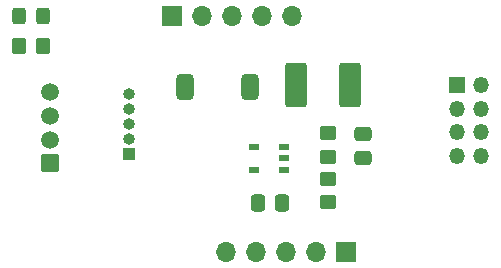
<source format=gbr>
%TF.GenerationSoftware,KiCad,Pcbnew,8.0.3*%
%TF.CreationDate,2024-06-13T10:05:27+02:00*%
%TF.ProjectId,radar_module,72616461-725f-46d6-9f64-756c652e6b69,rev?*%
%TF.SameCoordinates,Original*%
%TF.FileFunction,Soldermask,Bot*%
%TF.FilePolarity,Negative*%
%FSLAX46Y46*%
G04 Gerber Fmt 4.6, Leading zero omitted, Abs format (unit mm)*
G04 Created by KiCad (PCBNEW 8.0.3) date 2024-06-13 10:05:27*
%MOMM*%
%LPD*%
G01*
G04 APERTURE LIST*
G04 Aperture macros list*
%AMRoundRect*
0 Rectangle with rounded corners*
0 $1 Rounding radius*
0 $2 $3 $4 $5 $6 $7 $8 $9 X,Y pos of 4 corners*
0 Add a 4 corners polygon primitive as box body*
4,1,4,$2,$3,$4,$5,$6,$7,$8,$9,$2,$3,0*
0 Add four circle primitives for the rounded corners*
1,1,$1+$1,$2,$3*
1,1,$1+$1,$4,$5*
1,1,$1+$1,$6,$7*
1,1,$1+$1,$8,$9*
0 Add four rect primitives between the rounded corners*
20,1,$1+$1,$2,$3,$4,$5,0*
20,1,$1+$1,$4,$5,$6,$7,0*
20,1,$1+$1,$6,$7,$8,$9,0*
20,1,$1+$1,$8,$9,$2,$3,0*%
G04 Aperture macros list end*
%ADD10R,1.350000X1.350000*%
%ADD11O,1.350000X1.350000*%
%ADD12R,1.000000X1.000000*%
%ADD13O,1.000000X1.000000*%
%ADD14R,1.700000X1.700000*%
%ADD15O,1.700000X1.700000*%
%ADD16RoundRect,0.250000X-0.475000X0.337500X-0.475000X-0.337500X0.475000X-0.337500X0.475000X0.337500X0*%
%ADD17RoundRect,0.250000X-0.450000X0.350000X-0.450000X-0.350000X0.450000X-0.350000X0.450000X0.350000X0*%
%ADD18RoundRect,0.375000X-0.375000X-0.725000X0.375000X-0.725000X0.375000X0.725000X-0.375000X0.725000X0*%
%ADD19RoundRect,0.250000X-0.337500X-0.475000X0.337500X-0.475000X0.337500X0.475000X-0.337500X0.475000X0*%
%ADD20RoundRect,0.250000X0.325000X0.450000X-0.325000X0.450000X-0.325000X-0.450000X0.325000X-0.450000X0*%
%ADD21RoundRect,0.102000X0.654000X-0.654000X0.654000X0.654000X-0.654000X0.654000X-0.654000X-0.654000X0*%
%ADD22C,1.512000*%
%ADD23RoundRect,0.250000X0.350000X0.450000X-0.350000X0.450000X-0.350000X-0.450000X0.350000X-0.450000X0*%
%ADD24R,0.952500X0.508000*%
%ADD25RoundRect,0.250000X0.675000X1.625000X-0.675000X1.625000X-0.675000X-1.625000X0.675000X-1.625000X0*%
G04 APERTURE END LIST*
D10*
%TO.C,LD2450*%
X135610000Y-96230000D03*
D11*
X137610000Y-96230000D03*
X135610000Y-98230000D03*
X137610000Y-98230000D03*
X135610000Y-100230000D03*
X137610000Y-100230000D03*
X135610000Y-102230000D03*
X137610000Y-102230000D03*
%TD*%
D12*
%TO.C,LD2410*%
X107850000Y-102120000D03*
D13*
X107850000Y-100850000D03*
X107850000Y-99580000D03*
X107850000Y-98310000D03*
X107850000Y-97040000D03*
%TD*%
D14*
%TO.C,LD2410C*%
X126220000Y-110340000D03*
D15*
X123680000Y-110340000D03*
X121140000Y-110340000D03*
X118600000Y-110340000D03*
X116060000Y-110340000D03*
%TD*%
D14*
%TO.C,LD2410S*%
X111500000Y-90390000D03*
D15*
X114040000Y-90390000D03*
X116580000Y-90390000D03*
X119120000Y-90390000D03*
X121660000Y-90390000D03*
%TD*%
D16*
%TO.C,C2*%
X127600000Y-100362500D03*
X127600000Y-102437500D03*
%TD*%
D17*
%TO.C,R2*%
X124680000Y-104170000D03*
X124680000Y-106170000D03*
%TD*%
D18*
%TO.C,L1*%
X112540000Y-96430000D03*
X118040000Y-96430000D03*
%TD*%
D19*
%TO.C,C1*%
X118732500Y-106200000D03*
X120807500Y-106200000D03*
%TD*%
D20*
%TO.C,Movement!*%
X100535000Y-90420000D03*
X98485000Y-90420000D03*
%TD*%
D21*
%TO.C,J1*%
X101140000Y-102860000D03*
D22*
X101140000Y-100860000D03*
X101140000Y-98860000D03*
X101140000Y-96860000D03*
%TD*%
D23*
%TO.C,R3*%
X100550000Y-92960000D03*
X98550000Y-92960000D03*
%TD*%
D24*
%TO.C,U1*%
X120930000Y-101510000D03*
X120930000Y-102460001D03*
X120930000Y-103410002D03*
X118377300Y-103410002D03*
X118377300Y-101510000D03*
%TD*%
D25*
%TO.C,D1*%
X126520000Y-96220000D03*
X121970000Y-96220000D03*
%TD*%
D17*
%TO.C,R1*%
X124680000Y-100330000D03*
X124680000Y-102330000D03*
%TD*%
M02*

</source>
